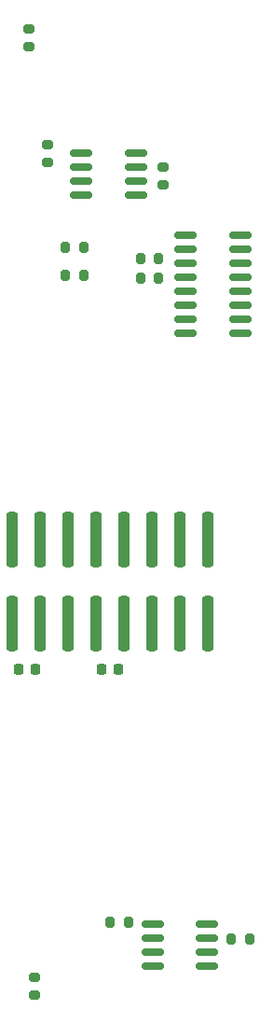
<source format=gbr>
%TF.GenerationSoftware,KiCad,Pcbnew,(7.0.0)*%
%TF.CreationDate,2023-03-26T07:08:48-07:00*%
%TF.ProjectId,electricdruid_vca,656c6563-7472-4696-9364-727569645f76,rev?*%
%TF.SameCoordinates,Original*%
%TF.FileFunction,Paste,Top*%
%TF.FilePolarity,Positive*%
%FSLAX46Y46*%
G04 Gerber Fmt 4.6, Leading zero omitted, Abs format (unit mm)*
G04 Created by KiCad (PCBNEW (7.0.0)) date 2023-03-26 07:08:48*
%MOMM*%
%LPD*%
G01*
G04 APERTURE LIST*
G04 Aperture macros list*
%AMRoundRect*
0 Rectangle with rounded corners*
0 $1 Rounding radius*
0 $2 $3 $4 $5 $6 $7 $8 $9 X,Y pos of 4 corners*
0 Add a 4 corners polygon primitive as box body*
4,1,4,$2,$3,$4,$5,$6,$7,$8,$9,$2,$3,0*
0 Add four circle primitives for the rounded corners*
1,1,$1+$1,$2,$3*
1,1,$1+$1,$4,$5*
1,1,$1+$1,$6,$7*
1,1,$1+$1,$8,$9*
0 Add four rect primitives between the rounded corners*
20,1,$1+$1,$2,$3,$4,$5,0*
20,1,$1+$1,$4,$5,$6,$7,0*
20,1,$1+$1,$6,$7,$8,$9,0*
20,1,$1+$1,$8,$9,$2,$3,0*%
G04 Aperture macros list end*
%ADD10RoundRect,0.200000X-0.275000X0.200000X-0.275000X-0.200000X0.275000X-0.200000X0.275000X0.200000X0*%
%ADD11RoundRect,0.200000X0.200000X0.275000X-0.200000X0.275000X-0.200000X-0.275000X0.200000X-0.275000X0*%
%ADD12RoundRect,0.200000X-0.200000X-0.275000X0.200000X-0.275000X0.200000X0.275000X-0.200000X0.275000X0*%
%ADD13RoundRect,0.150000X-0.850000X-0.150000X0.850000X-0.150000X0.850000X0.150000X-0.850000X0.150000X0*%
%ADD14RoundRect,0.225000X0.225000X0.250000X-0.225000X0.250000X-0.225000X-0.250000X0.225000X-0.250000X0*%
%ADD15RoundRect,0.255000X0.255000X-2.245000X0.255000X2.245000X-0.255000X2.245000X-0.255000X-2.245000X0*%
%ADD16RoundRect,0.150000X-0.825000X-0.150000X0.825000X-0.150000X0.825000X0.150000X-0.825000X0.150000X0*%
%ADD17RoundRect,0.200000X0.275000X-0.200000X0.275000X0.200000X-0.275000X0.200000X-0.275000X-0.200000X0*%
G04 APERTURE END LIST*
D10*
%TO.C,R12*%
X28500000Y-129425000D03*
X28500000Y-131075000D03*
%TD*%
D11*
%TO.C,R9*%
X33000000Y-63240000D03*
X31350000Y-63240000D03*
%TD*%
D12*
%TO.C,R2*%
X38175000Y-64250000D03*
X39825000Y-64250000D03*
%TD*%
D13*
%TO.C,U4*%
X42250000Y-62110000D03*
X42250000Y-63380000D03*
X42250000Y-64650000D03*
X42250000Y-65920000D03*
X42250000Y-67190000D03*
X42250000Y-68460000D03*
X42250000Y-69730000D03*
X42250000Y-71000000D03*
X47250000Y-71000000D03*
X47250000Y-69730000D03*
X47250000Y-68460000D03*
X47250000Y-67190000D03*
X47250000Y-65920000D03*
X47250000Y-64650000D03*
X47250000Y-63380000D03*
X47250000Y-62110000D03*
%TD*%
D14*
%TO.C,C3*%
X28635000Y-101550000D03*
X27085000Y-101550000D03*
%TD*%
D15*
%TO.C,J1*%
X26470000Y-97350000D03*
X26470000Y-89750000D03*
X29010000Y-97350000D03*
X29010000Y-89750000D03*
X31550000Y-97350000D03*
X31550000Y-89750000D03*
X34090000Y-97350000D03*
X34090000Y-89750000D03*
X36630000Y-97350000D03*
X36630000Y-89750000D03*
X39170000Y-97350000D03*
X39170000Y-89750000D03*
X41710000Y-97350000D03*
X41710000Y-89750000D03*
X44250000Y-97350000D03*
X44250000Y-89750000D03*
%TD*%
D14*
%TO.C,C2*%
X36135000Y-101550000D03*
X34585000Y-101550000D03*
%TD*%
D16*
%TO.C,U3*%
X39275000Y-124595000D03*
X39275000Y-125865000D03*
X39275000Y-127135000D03*
X39275000Y-128405000D03*
X44225000Y-128405000D03*
X44225000Y-127135000D03*
X44225000Y-125865000D03*
X44225000Y-124595000D03*
%TD*%
D17*
%TO.C,R11*%
X40250000Y-57575000D03*
X40250000Y-55925000D03*
%TD*%
D10*
%TO.C,R1*%
X29750000Y-53925000D03*
X29750000Y-55575000D03*
%TD*%
D16*
%TO.C,U1*%
X32775000Y-54670000D03*
X32775000Y-55940000D03*
X32775000Y-57210000D03*
X32775000Y-58480000D03*
X37725000Y-58480000D03*
X37725000Y-57210000D03*
X37725000Y-55940000D03*
X37725000Y-54670000D03*
%TD*%
D12*
%TO.C,R10*%
X31350000Y-65750000D03*
X33000000Y-65750000D03*
%TD*%
D17*
%TO.C,R5*%
X28000000Y-45075000D03*
X28000000Y-43425000D03*
%TD*%
D12*
%TO.C,R8*%
X46425000Y-126000000D03*
X48075000Y-126000000D03*
%TD*%
D11*
%TO.C,R6*%
X37075000Y-124500000D03*
X35425000Y-124500000D03*
%TD*%
D12*
%TO.C,R7*%
X38175000Y-66000000D03*
X39825000Y-66000000D03*
%TD*%
M02*

</source>
